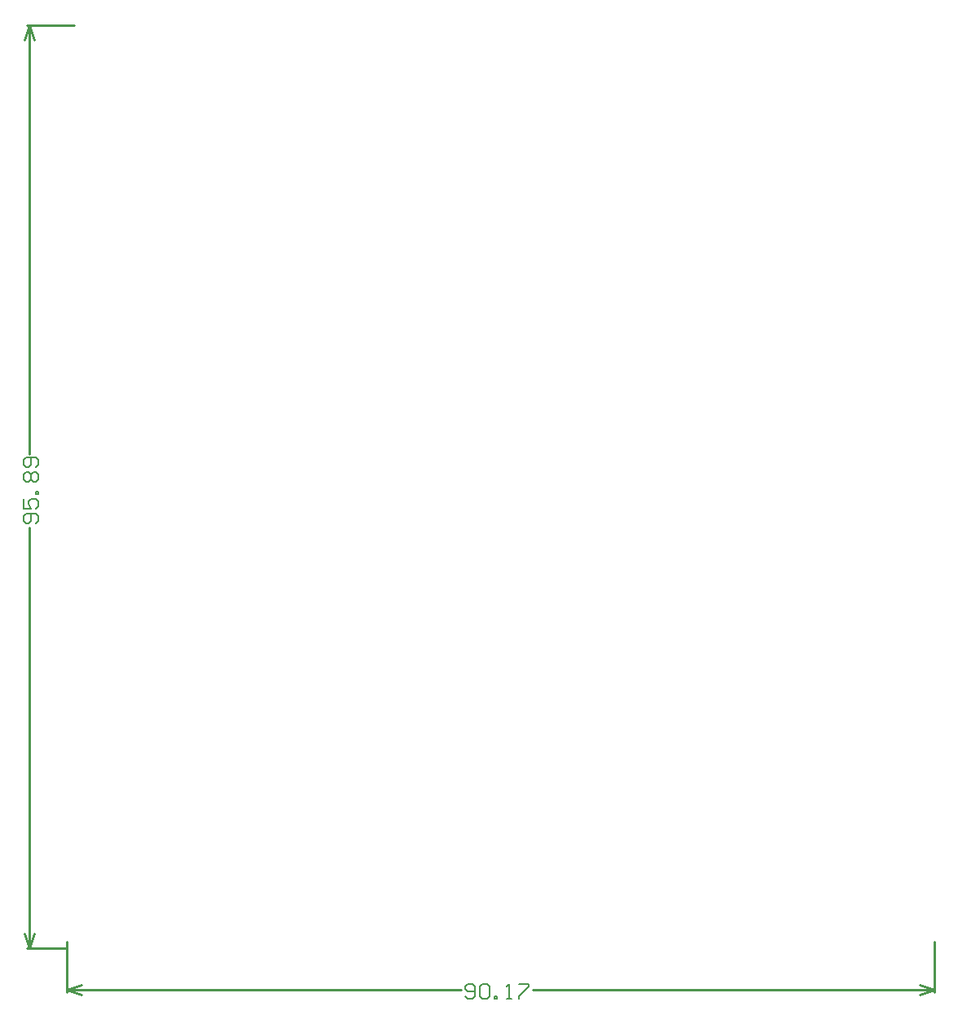
<source format=gm1>
%FSLAX44Y44*%
%MOMM*%
G71*
G01*
G75*
G04 Layer_Color=16711935*
%ADD10R,5.8166X8.0010*%
%ADD11R,0.8128X1.4224*%
%ADD12R,1.1176X1.0160*%
%ADD13R,1.0160X1.1176*%
%ADD14R,0.5080X1.2192*%
%ADD15R,1.2192X0.5080*%
%ADD16R,1.2700X1.4732*%
%ADD17R,2.5500X1.5500*%
%ADD18R,2.5500X0.9500*%
%ADD19R,2.5500X0.5500*%
%ADD20R,0.6096X0.9144*%
%ADD21R,1.6002X2.7178*%
%ADD22R,1.4732X1.2700*%
%ADD23O,2.0500X0.7000*%
%ADD24R,1.5500X2.5500*%
%ADD25R,0.9500X2.5500*%
%ADD26R,0.5500X2.5500*%
%ADD27R,2.7178X1.6002*%
%ADD28R,0.8128X0.3048*%
%ADD29R,0.3048X0.8128*%
%ADD30C,0.1524*%
%ADD31C,0.8000*%
%ADD32C,0.2540*%
%ADD33C,0.1540*%
%ADD34R,1.0080X1.0080*%
%ADD35C,1.5000*%
%ADD36C,1.5240*%
%ADD37C,0.5000*%
%ADD38C,6.3500*%
%ADD39P,1.3205X8X112.5*%
%ADD40R,1.2200X1.2200*%
%ADD41P,1.3205X8X22.5*%
%ADD42R,1.2200X1.2200*%
%ADD43C,1.2700*%
%ADD44C,1.0160*%
%ADD45C,1.9160*%
G04:AMPARAMS|DCode=46|XSize=2.424mm|YSize=2.424mm|CornerRadius=0mm|HoleSize=0mm|Usage=FLASHONLY|Rotation=0.000|XOffset=0mm|YOffset=0mm|HoleType=Round|Shape=Relief|Width=0.254mm|Gap=0.254mm|Entries=4|*
%AMTHD46*
7,0,0,2.4240,1.9160,0.2540,45*
%
%ADD46THD46*%
%ADD47C,1.7780*%
G04:AMPARAMS|DCode=48|XSize=2.286mm|YSize=2.286mm|CornerRadius=0mm|HoleSize=0mm|Usage=FLASHONLY|Rotation=0.000|XOffset=0mm|YOffset=0mm|HoleType=Round|Shape=Relief|Width=0.254mm|Gap=0.254mm|Entries=4|*
%AMTHD48*
7,0,0,2.2860,1.7780,0.2540,45*
%
%ADD48THD48*%
%ADD49C,1.5160*%
G04:AMPARAMS|DCode=50|XSize=4.699mm|YSize=4.699mm|CornerRadius=0mm|HoleSize=0mm|Usage=FLASHONLY|Rotation=0.000|XOffset=0mm|YOffset=0mm|HoleType=Round|Shape=Relief|Width=0.254mm|Gap=0.254mm|Entries=4|*
%AMTHD50*
7,0,0,4.6990,4.1910,0.2540,45*
%
%ADD50THD50*%
G04:AMPARAMS|DCode=51|XSize=4.724mm|YSize=4.724mm|CornerRadius=0mm|HoleSize=0mm|Usage=FLASHONLY|Rotation=0.000|XOffset=0mm|YOffset=0mm|HoleType=Round|Shape=Relief|Width=0.254mm|Gap=0.254mm|Entries=4|*
%AMTHD51*
7,0,0,4.7240,4.2160,0.2540,45*
%
%ADD51THD51*%
%ADD52C,1.8160*%
%ADD53C,1.7272*%
G04:AMPARAMS|DCode=54|XSize=2.2352mm|YSize=2.2352mm|CornerRadius=0mm|HoleSize=0mm|Usage=FLASHONLY|Rotation=0.000|XOffset=0mm|YOffset=0mm|HoleType=Round|Shape=Relief|Width=0.254mm|Gap=0.254mm|Entries=4|*
%AMTHD54*
7,0,0,2.2352,1.7272,0.2540,45*
%
%ADD54THD54*%
%ADD55C,0.2032*%
%ADD56C,0.2500*%
%ADD57C,0.0000*%
%ADD58C,0.6000*%
%ADD59C,0.5588*%
%ADD60C,0.2000*%
%ADD61C,0.1524*%
%ADD62C,0.4064*%
%ADD63C,0.0415*%
%ADD64C,0.0762*%
%ADD65R,0.4572X0.7620*%
%ADD66R,0.9144X1.5240*%
%ADD67R,6.0198X8.2042*%
%ADD68R,1.0160X1.6256*%
%ADD69R,1.3208X1.2192*%
%ADD70R,1.2192X1.3208*%
%ADD71R,0.7112X1.4224*%
%ADD72R,1.4224X0.7112*%
%ADD73R,1.4732X1.6764*%
%ADD74R,2.7532X1.7532*%
%ADD75R,2.7532X1.1532*%
%ADD76R,2.7532X0.7532*%
%ADD77R,0.8128X1.1176*%
%ADD78R,1.8034X2.9210*%
%ADD79R,1.6764X1.4732*%
%ADD80O,2.2532X0.9032*%
%ADD81R,1.7532X2.7532*%
%ADD82R,1.1532X2.7532*%
%ADD83R,0.7532X2.7532*%
%ADD84R,2.9210X1.8034*%
%ADD85R,1.0160X0.5080*%
%ADD86R,0.5080X1.0160*%
%ADD87C,1.7032*%
%ADD88C,0.7032*%
%ADD89C,6.5532*%
%ADD90P,1.5405X8X112.5*%
%ADD91R,1.4232X1.4232*%
%ADD92P,1.5405X8X22.5*%
%ADD93R,1.4232X1.4232*%
%ADD94C,1.4732*%
D32*
X777151Y-966471D02*
Y-913290D01*
X-124549Y-966471D02*
Y-913290D01*
X359311Y-963931D02*
X777151D01*
X-124549D02*
X285164D01*
X761911Y-958851D02*
X777151Y-963931D01*
X761911Y-969011D02*
X777151Y-963931D01*
X-124549D02*
X-109309Y-969011D01*
X-124549Y-963931D02*
X-109309Y-958851D01*
X-165951Y38150D02*
X-117088D01*
X-165951Y-920751D02*
X-124549D01*
X-163411Y-407021D02*
Y38150D01*
Y-920751D02*
Y-483707D01*
X-168491Y22910D02*
X-163411Y38150D01*
X-158331Y22910D01*
X-163411Y-920751D02*
X-158331Y-905511D01*
X-168491D02*
X-163411Y-920751D01*
D61*
X289228Y-970533D02*
X291767Y-973072D01*
X296846D01*
X299385Y-970533D01*
Y-960376D01*
X296846Y-957837D01*
X291767D01*
X289228Y-960376D01*
Y-962915D01*
X291767Y-965455D01*
X299385D01*
X304463Y-960376D02*
X307003Y-957837D01*
X312081D01*
X314620Y-960376D01*
Y-970533D01*
X312081Y-973072D01*
X307003D01*
X304463Y-970533D01*
Y-960376D01*
X319698Y-973072D02*
Y-970533D01*
X322238D01*
Y-973072D01*
X319698D01*
X332394D02*
X337473D01*
X334933D01*
Y-957837D01*
X332394Y-960376D01*
X345090Y-957837D02*
X355247D01*
Y-960376D01*
X345090Y-970533D01*
Y-973072D01*
X-156808Y-479643D02*
X-154269Y-477104D01*
Y-472026D01*
X-156808Y-469487D01*
X-166965D01*
X-169504Y-472026D01*
Y-477104D01*
X-166965Y-479643D01*
X-164426D01*
X-161887Y-477104D01*
Y-469487D01*
X-169504Y-454252D02*
Y-464408D01*
X-161887D01*
X-164426Y-459330D01*
Y-456791D01*
X-161887Y-454252D01*
X-156808D01*
X-154269Y-456791D01*
Y-461869D01*
X-156808Y-464408D01*
X-154269Y-449173D02*
X-156808D01*
Y-446634D01*
X-154269D01*
Y-449173D01*
X-166965Y-436477D02*
X-169504Y-433938D01*
Y-428860D01*
X-166965Y-426321D01*
X-164426D01*
X-161887Y-428860D01*
X-159347Y-426321D01*
X-156808D01*
X-154269Y-428860D01*
Y-433938D01*
X-156808Y-436477D01*
X-159347D01*
X-161887Y-433938D01*
X-164426Y-436477D01*
X-166965D01*
X-161887Y-433938D02*
Y-428860D01*
X-156808Y-421242D02*
X-154269Y-418703D01*
Y-413625D01*
X-156808Y-411086D01*
X-166965D01*
X-169504Y-413625D01*
Y-418703D01*
X-166965Y-421242D01*
X-164426D01*
X-161887Y-418703D01*
Y-411086D01*
M02*

</source>
